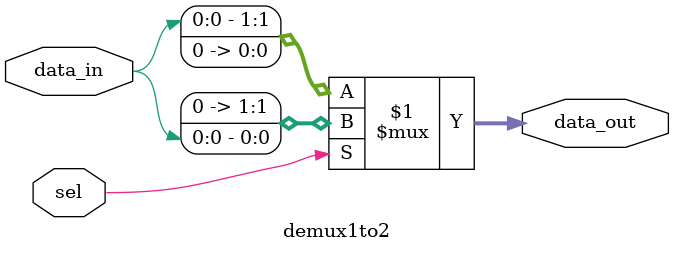
<source format=v>
module demux1to2(input data_in, input sel, output [1:0] data_out);
assign data_out = sel?{1'b0,data_in}:{data_in,1'b0};
endmodule
</source>
